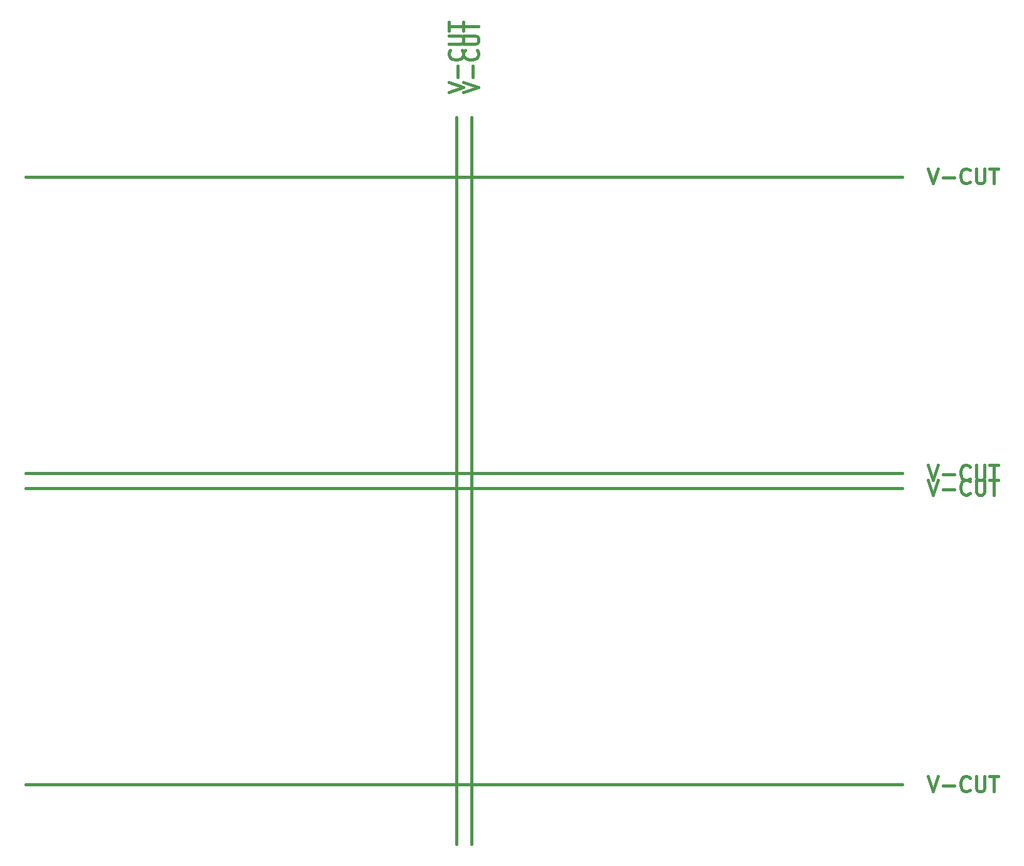
<source format=gbr>
G04 #@! TF.GenerationSoftware,KiCad,Pcbnew,5.1.9+dfsg1-1+deb11u1*
G04 #@! TF.CreationDate,2022-10-19T12:30:35+02:00*
G04 #@! TF.ProjectId,ulx4m-panel,756c7834-6d2d-4706-916e-656c2e6b6963,v0.0.3*
G04 #@! TF.SameCoordinates,Original*
G04 #@! TF.FileFunction,Other,Comment*
%FSLAX46Y46*%
G04 Gerber Fmt 4.6, Leading zero omitted, Abs format (unit mm)*
G04 Created by KiCad (PCBNEW 5.1.9+dfsg1-1+deb11u1) date 2022-10-19 12:30:35*
%MOMM*%
%LPD*%
G01*
G04 APERTURE LIST*
%ADD10C,0.400000*%
G04 APERTURE END LIST*
D10*
X56019761Y6450477D02*
X58019761Y7117143D01*
X56019761Y7783810D01*
X57257857Y8450477D02*
X57257857Y9974286D01*
X57829285Y12069524D02*
X57924523Y11974286D01*
X58019761Y11688572D01*
X58019761Y11498096D01*
X57924523Y11212381D01*
X57734047Y11021905D01*
X57543571Y10926667D01*
X57162619Y10831429D01*
X56876904Y10831429D01*
X56495952Y10926667D01*
X56305476Y11021905D01*
X56115000Y11212381D01*
X56019761Y11498096D01*
X56019761Y11688572D01*
X56115000Y11974286D01*
X56210238Y12069524D01*
X56019761Y12926667D02*
X57638809Y12926667D01*
X57829285Y13021905D01*
X57924523Y13117143D01*
X58019761Y13307620D01*
X58019761Y13688572D01*
X57924523Y13879048D01*
X57829285Y13974286D01*
X57638809Y14069524D01*
X56019761Y14069524D01*
X56019761Y14736191D02*
X56019761Y15879047D01*
X58019761Y15307619D02*
X56019761Y15307619D01*
X57115000Y3000000D02*
X57115000Y-95000014D01*
X54009761Y6450477D02*
X56009761Y7117143D01*
X54009761Y7783810D01*
X55247857Y8450477D02*
X55247857Y9974286D01*
X55819285Y12069524D02*
X55914523Y11974286D01*
X56009761Y11688572D01*
X56009761Y11498096D01*
X55914523Y11212381D01*
X55724047Y11021905D01*
X55533571Y10926667D01*
X55152619Y10831429D01*
X54866904Y10831429D01*
X54485952Y10926667D01*
X54295476Y11021905D01*
X54105000Y11212381D01*
X54009761Y11498096D01*
X54009761Y11688572D01*
X54105000Y11974286D01*
X54200238Y12069524D01*
X54009761Y12926667D02*
X55628809Y12926667D01*
X55819285Y13021905D01*
X55914523Y13117143D01*
X56009761Y13307620D01*
X56009761Y13688572D01*
X55914523Y13879048D01*
X55819285Y13974286D01*
X55628809Y14069524D01*
X54009761Y14069524D01*
X54009761Y14736191D02*
X54009761Y15879047D01*
X56009761Y15307619D02*
X54009761Y15307619D01*
X55105000Y3000000D02*
X55105000Y-95000014D01*
X118670478Y-45904764D02*
X119337144Y-47904764D01*
X120003811Y-45904764D01*
X120670478Y-47142860D02*
X122194287Y-47142860D01*
X124289525Y-47714288D02*
X124194287Y-47809526D01*
X123908573Y-47904764D01*
X123718097Y-47904764D01*
X123432382Y-47809526D01*
X123241906Y-47619050D01*
X123146668Y-47428574D01*
X123051430Y-47047622D01*
X123051430Y-46761907D01*
X123146668Y-46380955D01*
X123241906Y-46190479D01*
X123432382Y-46000003D01*
X123718097Y-45904764D01*
X123908573Y-45904764D01*
X124194287Y-46000003D01*
X124289525Y-46095241D01*
X125146668Y-45904764D02*
X125146668Y-47523812D01*
X125241906Y-47714288D01*
X125337144Y-47809526D01*
X125527621Y-47904764D01*
X125908573Y-47904764D01*
X126099049Y-47809526D01*
X126194287Y-47714288D01*
X126289525Y-47523812D01*
X126289525Y-45904764D01*
X126956192Y-45904764D02*
X128099049Y-45904764D01*
X127527621Y-47904764D02*
X127527621Y-45904764D01*
X-3000000Y-47000003D02*
X115220002Y-47000003D01*
X118670478Y-85904764D02*
X119337144Y-87904764D01*
X120003811Y-85904764D01*
X120670478Y-87142860D02*
X122194287Y-87142860D01*
X124289525Y-87714288D02*
X124194287Y-87809526D01*
X123908573Y-87904764D01*
X123718097Y-87904764D01*
X123432382Y-87809526D01*
X123241906Y-87619050D01*
X123146668Y-87428574D01*
X123051430Y-87047622D01*
X123051430Y-86761907D01*
X123146668Y-86380955D01*
X123241906Y-86190479D01*
X123432382Y-86000003D01*
X123718097Y-85904764D01*
X123908573Y-85904764D01*
X124194287Y-86000003D01*
X124289525Y-86095241D01*
X125146668Y-85904764D02*
X125146668Y-87523812D01*
X125241906Y-87714288D01*
X125337144Y-87809526D01*
X125527621Y-87904764D01*
X125908573Y-87904764D01*
X126099049Y-87809526D01*
X126194287Y-87714288D01*
X126289525Y-87523812D01*
X126289525Y-85904764D01*
X126956192Y-85904764D02*
X128099049Y-85904764D01*
X127527621Y-87904764D02*
X127527621Y-85904764D01*
X-3000000Y-87000003D02*
X115220002Y-87000003D01*
X118670478Y-43904764D02*
X119337144Y-45904764D01*
X120003811Y-43904764D01*
X120670478Y-45142860D02*
X122194287Y-45142860D01*
X124289525Y-45714288D02*
X124194287Y-45809526D01*
X123908573Y-45904764D01*
X123718097Y-45904764D01*
X123432382Y-45809526D01*
X123241906Y-45619050D01*
X123146668Y-45428574D01*
X123051430Y-45047622D01*
X123051430Y-44761907D01*
X123146668Y-44380955D01*
X123241906Y-44190479D01*
X123432382Y-44000003D01*
X123718097Y-43904764D01*
X123908573Y-43904764D01*
X124194287Y-44000003D01*
X124289525Y-44095241D01*
X125146668Y-43904764D02*
X125146668Y-45523812D01*
X125241906Y-45714288D01*
X125337144Y-45809526D01*
X125527621Y-45904764D01*
X125908573Y-45904764D01*
X126099049Y-45809526D01*
X126194287Y-45714288D01*
X126289525Y-45523812D01*
X126289525Y-43904764D01*
X126956192Y-43904764D02*
X128099049Y-43904764D01*
X127527621Y-45904764D02*
X127527621Y-43904764D01*
X-3000000Y-45000003D02*
X115220002Y-45000003D01*
X118670478Y-3904764D02*
X119337144Y-5904764D01*
X120003811Y-3904764D01*
X120670478Y-5142860D02*
X122194287Y-5142860D01*
X124289525Y-5714288D02*
X124194287Y-5809526D01*
X123908573Y-5904764D01*
X123718097Y-5904764D01*
X123432382Y-5809526D01*
X123241906Y-5619050D01*
X123146668Y-5428574D01*
X123051430Y-5047622D01*
X123051430Y-4761907D01*
X123146668Y-4380955D01*
X123241906Y-4190479D01*
X123432382Y-4000003D01*
X123718097Y-3904764D01*
X123908573Y-3904764D01*
X124194287Y-4000003D01*
X124289525Y-4095241D01*
X125146668Y-3904764D02*
X125146668Y-5523812D01*
X125241906Y-5714288D01*
X125337144Y-5809526D01*
X125527621Y-5904764D01*
X125908573Y-5904764D01*
X126099049Y-5809526D01*
X126194287Y-5714288D01*
X126289525Y-5523812D01*
X126289525Y-3904764D01*
X126956192Y-3904764D02*
X128099049Y-3904764D01*
X127527621Y-5904764D02*
X127527621Y-3904764D01*
X-3000000Y-5000003D02*
X115220002Y-5000003D01*
M02*

</source>
